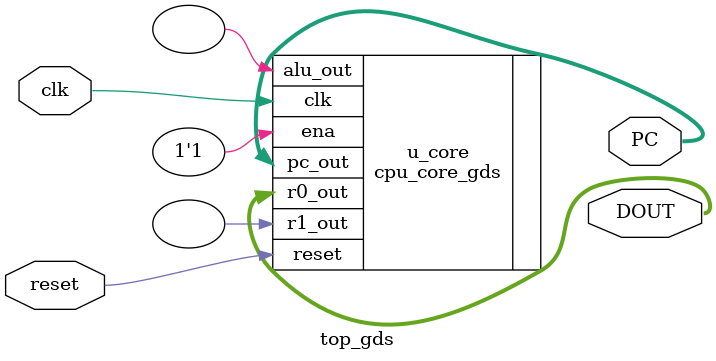
<source format=v>
module top_gds (
    input  wire       clk,
    input  wire       reset,
    output wire [3:0] PC,
    output wire [7:0] DOUT
);
    cpu_core_gds u_core (
        .clk    (clk),
        .reset  (reset),
        .ena    (1'b1),      // Ç×»ó µ¿ÀÛÇÏ°Ô
        .pc_out (PC),
        .r0_out (DOUT),
        .r1_out (),          // ¾È ¾²¸é ¹­Áö ¾Ê¾Æµµ µÊ (¶Ç´Â open)
        .alu_out()
    );
endmodule
</source>
